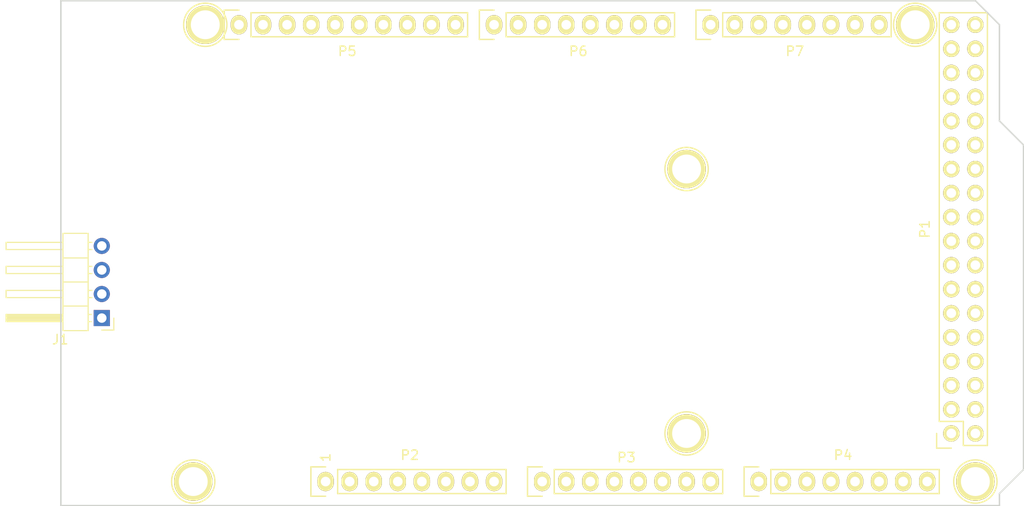
<source format=kicad_pcb>
(kicad_pcb (version 4) (host pcbnew 4.0.7)

  (general
    (links 9)
    (no_connects 9)
    (area 103.302999 68.250999 205.053001 121.741001)
    (thickness 1.6)
    (drawings 27)
    (tracks 0)
    (zones 0)
    (modules 14)
    (nets 6)
  )

  (page A4)
  (title_block
    (date "mar. 31 mars 2015")
  )

  (layers
    (0 F.Cu signal)
    (31 B.Cu signal)
    (32 B.Adhes user)
    (33 F.Adhes user)
    (34 B.Paste user)
    (35 F.Paste user)
    (36 B.SilkS user)
    (37 F.SilkS user)
    (38 B.Mask user)
    (39 F.Mask user)
    (40 Dwgs.User user)
    (41 Cmts.User user)
    (42 Eco1.User user)
    (43 Eco2.User user)
    (44 Edge.Cuts user)
    (45 Margin user)
    (46 B.CrtYd user)
    (47 F.CrtYd user)
    (48 B.Fab user)
    (49 F.Fab user)
  )

  (setup
    (last_trace_width 0.25)
    (trace_clearance 0.2)
    (zone_clearance 0.508)
    (zone_45_only no)
    (trace_min 0.2)
    (segment_width 0.15)
    (edge_width 0.15)
    (via_size 0.6)
    (via_drill 0.4)
    (via_min_size 0.4)
    (via_min_drill 0.3)
    (uvia_size 0.3)
    (uvia_drill 0.1)
    (uvias_allowed no)
    (uvia_min_size 0.2)
    (uvia_min_drill 0.1)
    (pcb_text_width 0.3)
    (pcb_text_size 1.5 1.5)
    (mod_edge_width 0.15)
    (mod_text_size 1 1)
    (mod_text_width 0.15)
    (pad_size 4.064 4.064)
    (pad_drill 3.048)
    (pad_to_mask_clearance 0)
    (aux_axis_origin 103.378 121.666)
    (visible_elements 7FFFFFFF)
    (pcbplotparams
      (layerselection 0x00030_80000001)
      (usegerberextensions false)
      (excludeedgelayer true)
      (linewidth 0.100000)
      (plotframeref false)
      (viasonmask false)
      (mode 1)
      (useauxorigin false)
      (hpglpennumber 1)
      (hpglpenspeed 20)
      (hpglpendiameter 15)
      (hpglpenoverlay 2)
      (psnegative false)
      (psa4output false)
      (plotreference true)
      (plotvalue true)
      (plotinvisibletext false)
      (padsonsilk false)
      (subtractmaskfromsilk false)
      (outputformat 1)
      (mirror false)
      (drillshape 1)
      (scaleselection 1)
      (outputdirectory ""))
  )

  (net 0 "")
  (net 1 GND)
  (net 2 +5V)
  (net 3 /Vin)
  (net 4 +3V3)
  (net 5 +5VD)

  (net_class Default "This is the default net class."
    (clearance 0.2)
    (trace_width 0.25)
    (via_dia 0.6)
    (via_drill 0.4)
    (uvia_dia 0.3)
    (uvia_drill 0.1)
    (add_net +3V3)
    (add_net +5V)
    (add_net +5VD)
    (add_net /Vin)
    (add_net GND)
  )

  (module Socket_Arduino_Mega:Socket_Strip_Arduino_2x18 locked (layer F.Cu) (tedit 55216789) (tstamp 551AFCE5)
    (at 197.358 114.046 90)
    (descr "Through hole socket strip")
    (tags "socket strip")
    (path /56D743B5)
    (fp_text reference P1 (at 21.59 -2.794 90) (layer F.SilkS)
      (effects (font (size 1 1) (thickness 0.15)))
    )
    (fp_text value Digital (at 21.59 -4.572 90) (layer F.Fab)
      (effects (font (size 1 1) (thickness 0.15)))
    )
    (fp_line (start -1.75 -1.75) (end -1.75 4.3) (layer F.CrtYd) (width 0.05))
    (fp_line (start 44.95 -1.75) (end 44.95 4.3) (layer F.CrtYd) (width 0.05))
    (fp_line (start -1.75 -1.75) (end 44.95 -1.75) (layer F.CrtYd) (width 0.05))
    (fp_line (start -1.75 4.3) (end 44.95 4.3) (layer F.CrtYd) (width 0.05))
    (fp_line (start -1.27 3.81) (end 44.45 3.81) (layer F.SilkS) (width 0.15))
    (fp_line (start 44.45 -1.27) (end 1.27 -1.27) (layer F.SilkS) (width 0.15))
    (fp_line (start 44.45 3.81) (end 44.45 -1.27) (layer F.SilkS) (width 0.15))
    (fp_line (start -1.27 3.81) (end -1.27 1.27) (layer F.SilkS) (width 0.15))
    (fp_line (start 0 -1.55) (end -1.55 -1.55) (layer F.SilkS) (width 0.15))
    (fp_line (start -1.27 1.27) (end 1.27 1.27) (layer F.SilkS) (width 0.15))
    (fp_line (start 1.27 1.27) (end 1.27 -1.27) (layer F.SilkS) (width 0.15))
    (fp_line (start -1.55 -1.55) (end -1.55 0) (layer F.SilkS) (width 0.15))
    (pad 1 thru_hole circle (at 0 0 90) (size 1.7272 1.7272) (drill 1.016) (layers *.Cu *.Mask F.SilkS)
      (net 1 GND))
    (pad 2 thru_hole oval (at 0 2.54 90) (size 1.7272 1.7272) (drill 1.016) (layers *.Cu *.Mask F.SilkS)
      (net 1 GND))
    (pad 3 thru_hole oval (at 2.54 0 90) (size 1.7272 1.7272) (drill 1.016) (layers *.Cu *.Mask F.SilkS))
    (pad 4 thru_hole oval (at 2.54 2.54 90) (size 1.7272 1.7272) (drill 1.016) (layers *.Cu *.Mask F.SilkS))
    (pad 5 thru_hole oval (at 5.08 0 90) (size 1.7272 1.7272) (drill 1.016) (layers *.Cu *.Mask F.SilkS))
    (pad 6 thru_hole oval (at 5.08 2.54 90) (size 1.7272 1.7272) (drill 1.016) (layers *.Cu *.Mask F.SilkS))
    (pad 7 thru_hole oval (at 7.62 0 90) (size 1.7272 1.7272) (drill 1.016) (layers *.Cu *.Mask F.SilkS))
    (pad 8 thru_hole oval (at 7.62 2.54 90) (size 1.7272 1.7272) (drill 1.016) (layers *.Cu *.Mask F.SilkS))
    (pad 9 thru_hole oval (at 10.16 0 90) (size 1.7272 1.7272) (drill 1.016) (layers *.Cu *.Mask F.SilkS))
    (pad 10 thru_hole oval (at 10.16 2.54 90) (size 1.7272 1.7272) (drill 1.016) (layers *.Cu *.Mask F.SilkS))
    (pad 11 thru_hole oval (at 12.7 0 90) (size 1.7272 1.7272) (drill 1.016) (layers *.Cu *.Mask F.SilkS))
    (pad 12 thru_hole oval (at 12.7 2.54 90) (size 1.7272 1.7272) (drill 1.016) (layers *.Cu *.Mask F.SilkS))
    (pad 13 thru_hole oval (at 15.24 0 90) (size 1.7272 1.7272) (drill 1.016) (layers *.Cu *.Mask F.SilkS))
    (pad 14 thru_hole oval (at 15.24 2.54 90) (size 1.7272 1.7272) (drill 1.016) (layers *.Cu *.Mask F.SilkS))
    (pad 15 thru_hole oval (at 17.78 0 90) (size 1.7272 1.7272) (drill 1.016) (layers *.Cu *.Mask F.SilkS))
    (pad 16 thru_hole oval (at 17.78 2.54 90) (size 1.7272 1.7272) (drill 1.016) (layers *.Cu *.Mask F.SilkS))
    (pad 17 thru_hole oval (at 20.32 0 90) (size 1.7272 1.7272) (drill 1.016) (layers *.Cu *.Mask F.SilkS))
    (pad 18 thru_hole oval (at 20.32 2.54 90) (size 1.7272 1.7272) (drill 1.016) (layers *.Cu *.Mask F.SilkS))
    (pad 19 thru_hole oval (at 22.86 0 90) (size 1.7272 1.7272) (drill 1.016) (layers *.Cu *.Mask F.SilkS))
    (pad 20 thru_hole oval (at 22.86 2.54 90) (size 1.7272 1.7272) (drill 1.016) (layers *.Cu *.Mask F.SilkS))
    (pad 21 thru_hole oval (at 25.4 0 90) (size 1.7272 1.7272) (drill 1.016) (layers *.Cu *.Mask F.SilkS))
    (pad 22 thru_hole oval (at 25.4 2.54 90) (size 1.7272 1.7272) (drill 1.016) (layers *.Cu *.Mask F.SilkS))
    (pad 23 thru_hole oval (at 27.94 0 90) (size 1.7272 1.7272) (drill 1.016) (layers *.Cu *.Mask F.SilkS))
    (pad 24 thru_hole oval (at 27.94 2.54 90) (size 1.7272 1.7272) (drill 1.016) (layers *.Cu *.Mask F.SilkS))
    (pad 25 thru_hole oval (at 30.48 0 90) (size 1.7272 1.7272) (drill 1.016) (layers *.Cu *.Mask F.SilkS))
    (pad 26 thru_hole oval (at 30.48 2.54 90) (size 1.7272 1.7272) (drill 1.016) (layers *.Cu *.Mask F.SilkS))
    (pad 27 thru_hole oval (at 33.02 0 90) (size 1.7272 1.7272) (drill 1.016) (layers *.Cu *.Mask F.SilkS))
    (pad 28 thru_hole oval (at 33.02 2.54 90) (size 1.7272 1.7272) (drill 1.016) (layers *.Cu *.Mask F.SilkS))
    (pad 29 thru_hole oval (at 35.56 0 90) (size 1.7272 1.7272) (drill 1.016) (layers *.Cu *.Mask F.SilkS))
    (pad 30 thru_hole oval (at 35.56 2.54 90) (size 1.7272 1.7272) (drill 1.016) (layers *.Cu *.Mask F.SilkS))
    (pad 31 thru_hole oval (at 38.1 0 90) (size 1.7272 1.7272) (drill 1.016) (layers *.Cu *.Mask F.SilkS))
    (pad 32 thru_hole oval (at 38.1 2.54 90) (size 1.7272 1.7272) (drill 1.016) (layers *.Cu *.Mask F.SilkS))
    (pad 33 thru_hole oval (at 40.64 0 90) (size 1.7272 1.7272) (drill 1.016) (layers *.Cu *.Mask F.SilkS))
    (pad 34 thru_hole oval (at 40.64 2.54 90) (size 1.7272 1.7272) (drill 1.016) (layers *.Cu *.Mask F.SilkS))
    (pad 35 thru_hole oval (at 43.18 0 90) (size 1.7272 1.7272) (drill 1.016) (layers *.Cu *.Mask F.SilkS)
      (net 5 +5VD))
    (pad 36 thru_hole oval (at 43.18 2.54 90) (size 1.7272 1.7272) (drill 1.016) (layers *.Cu *.Mask F.SilkS)
      (net 5 +5VD))
    (model ${KIPRJMOD}/Socket_Arduino_Mega.3dshapes/Socket_header_Arduino_2x18.wrl
      (at (xyz 0.85 -0.05 0))
      (scale (xyz 1 1 1))
      (rotate (xyz 0 0 180))
    )
  )

  (module Socket_Arduino_Mega:Socket_Strip_Arduino_1x08 locked (layer F.Cu) (tedit 55216755) (tstamp 551AFCFC)
    (at 131.318 119.126)
    (descr "Through hole socket strip")
    (tags "socket strip")
    (path /56D71773)
    (fp_text reference P2 (at 8.89 -2.794) (layer F.SilkS)
      (effects (font (size 1 1) (thickness 0.15)))
    )
    (fp_text value Power (at 8.89 -4.318) (layer F.Fab)
      (effects (font (size 1 1) (thickness 0.15)))
    )
    (fp_line (start -1.75 -1.75) (end -1.75 1.75) (layer F.CrtYd) (width 0.05))
    (fp_line (start 19.55 -1.75) (end 19.55 1.75) (layer F.CrtYd) (width 0.05))
    (fp_line (start -1.75 -1.75) (end 19.55 -1.75) (layer F.CrtYd) (width 0.05))
    (fp_line (start -1.75 1.75) (end 19.55 1.75) (layer F.CrtYd) (width 0.05))
    (fp_line (start 1.27 1.27) (end 19.05 1.27) (layer F.SilkS) (width 0.15))
    (fp_line (start 19.05 1.27) (end 19.05 -1.27) (layer F.SilkS) (width 0.15))
    (fp_line (start 19.05 -1.27) (end 1.27 -1.27) (layer F.SilkS) (width 0.15))
    (fp_line (start -1.55 1.55) (end 0 1.55) (layer F.SilkS) (width 0.15))
    (fp_line (start 1.27 1.27) (end 1.27 -1.27) (layer F.SilkS) (width 0.15))
    (fp_line (start 0 -1.55) (end -1.55 -1.55) (layer F.SilkS) (width 0.15))
    (fp_line (start -1.55 -1.55) (end -1.55 1.55) (layer F.SilkS) (width 0.15))
    (pad 1 thru_hole oval (at 0 0) (size 1.7272 2.032) (drill 1.016) (layers *.Cu *.Mask F.SilkS))
    (pad 2 thru_hole oval (at 2.54 0) (size 1.7272 2.032) (drill 1.016) (layers *.Cu *.Mask F.SilkS))
    (pad 3 thru_hole oval (at 5.08 0) (size 1.7272 2.032) (drill 1.016) (layers *.Cu *.Mask F.SilkS))
    (pad 4 thru_hole oval (at 7.62 0) (size 1.7272 2.032) (drill 1.016) (layers *.Cu *.Mask F.SilkS)
      (net 4 +3V3))
    (pad 5 thru_hole oval (at 10.16 0) (size 1.7272 2.032) (drill 1.016) (layers *.Cu *.Mask F.SilkS)
      (net 2 +5V))
    (pad 6 thru_hole oval (at 12.7 0) (size 1.7272 2.032) (drill 1.016) (layers *.Cu *.Mask F.SilkS)
      (net 1 GND))
    (pad 7 thru_hole oval (at 15.24 0) (size 1.7272 2.032) (drill 1.016) (layers *.Cu *.Mask F.SilkS)
      (net 1 GND))
    (pad 8 thru_hole oval (at 17.78 0) (size 1.7272 2.032) (drill 1.016) (layers *.Cu *.Mask F.SilkS)
      (net 3 /Vin))
    (model ${KIPRJMOD}/Socket_Arduino_Mega.3dshapes/Socket_header_Arduino_1x08.wrl
      (at (xyz 0.35 0 0))
      (scale (xyz 1 1 1))
      (rotate (xyz 0 0 180))
    )
  )

  (module Socket_Arduino_Mega:Socket_Strip_Arduino_1x08 locked (layer F.Cu) (tedit 5521677D) (tstamp 551AFD13)
    (at 154.178 119.126)
    (descr "Through hole socket strip")
    (tags "socket strip")
    (path /56D72F1C)
    (fp_text reference P3 (at 8.89 -2.54) (layer F.SilkS)
      (effects (font (size 1 1) (thickness 0.15)))
    )
    (fp_text value Analog (at 8.89 -4.318) (layer F.Fab)
      (effects (font (size 1 1) (thickness 0.15)))
    )
    (fp_line (start -1.75 -1.75) (end -1.75 1.75) (layer F.CrtYd) (width 0.05))
    (fp_line (start 19.55 -1.75) (end 19.55 1.75) (layer F.CrtYd) (width 0.05))
    (fp_line (start -1.75 -1.75) (end 19.55 -1.75) (layer F.CrtYd) (width 0.05))
    (fp_line (start -1.75 1.75) (end 19.55 1.75) (layer F.CrtYd) (width 0.05))
    (fp_line (start 1.27 1.27) (end 19.05 1.27) (layer F.SilkS) (width 0.15))
    (fp_line (start 19.05 1.27) (end 19.05 -1.27) (layer F.SilkS) (width 0.15))
    (fp_line (start 19.05 -1.27) (end 1.27 -1.27) (layer F.SilkS) (width 0.15))
    (fp_line (start -1.55 1.55) (end 0 1.55) (layer F.SilkS) (width 0.15))
    (fp_line (start 1.27 1.27) (end 1.27 -1.27) (layer F.SilkS) (width 0.15))
    (fp_line (start 0 -1.55) (end -1.55 -1.55) (layer F.SilkS) (width 0.15))
    (fp_line (start -1.55 -1.55) (end -1.55 1.55) (layer F.SilkS) (width 0.15))
    (pad 1 thru_hole oval (at 0 0) (size 1.7272 2.032) (drill 1.016) (layers *.Cu *.Mask F.SilkS))
    (pad 2 thru_hole oval (at 2.54 0) (size 1.7272 2.032) (drill 1.016) (layers *.Cu *.Mask F.SilkS))
    (pad 3 thru_hole oval (at 5.08 0) (size 1.7272 2.032) (drill 1.016) (layers *.Cu *.Mask F.SilkS))
    (pad 4 thru_hole oval (at 7.62 0) (size 1.7272 2.032) (drill 1.016) (layers *.Cu *.Mask F.SilkS))
    (pad 5 thru_hole oval (at 10.16 0) (size 1.7272 2.032) (drill 1.016) (layers *.Cu *.Mask F.SilkS))
    (pad 6 thru_hole oval (at 12.7 0) (size 1.7272 2.032) (drill 1.016) (layers *.Cu *.Mask F.SilkS))
    (pad 7 thru_hole oval (at 15.24 0) (size 1.7272 2.032) (drill 1.016) (layers *.Cu *.Mask F.SilkS))
    (pad 8 thru_hole oval (at 17.78 0) (size 1.7272 2.032) (drill 1.016) (layers *.Cu *.Mask F.SilkS))
    (model ${KIPRJMOD}/Socket_Arduino_Mega.3dshapes/Socket_header_Arduino_1x08.wrl
      (at (xyz 0.35 0 0))
      (scale (xyz 1 1 1))
      (rotate (xyz 0 0 180))
    )
  )

  (module Socket_Arduino_Mega:Socket_Strip_Arduino_1x08 locked (layer F.Cu) (tedit 55216772) (tstamp 551AFD2A)
    (at 177.038 119.126)
    (descr "Through hole socket strip")
    (tags "socket strip")
    (path /56D73A0E)
    (fp_text reference P4 (at 8.89 -2.794) (layer F.SilkS)
      (effects (font (size 1 1) (thickness 0.15)))
    )
    (fp_text value Analog (at 8.89 -4.318) (layer F.Fab)
      (effects (font (size 1 1) (thickness 0.15)))
    )
    (fp_line (start -1.75 -1.75) (end -1.75 1.75) (layer F.CrtYd) (width 0.05))
    (fp_line (start 19.55 -1.75) (end 19.55 1.75) (layer F.CrtYd) (width 0.05))
    (fp_line (start -1.75 -1.75) (end 19.55 -1.75) (layer F.CrtYd) (width 0.05))
    (fp_line (start -1.75 1.75) (end 19.55 1.75) (layer F.CrtYd) (width 0.05))
    (fp_line (start 1.27 1.27) (end 19.05 1.27) (layer F.SilkS) (width 0.15))
    (fp_line (start 19.05 1.27) (end 19.05 -1.27) (layer F.SilkS) (width 0.15))
    (fp_line (start 19.05 -1.27) (end 1.27 -1.27) (layer F.SilkS) (width 0.15))
    (fp_line (start -1.55 1.55) (end 0 1.55) (layer F.SilkS) (width 0.15))
    (fp_line (start 1.27 1.27) (end 1.27 -1.27) (layer F.SilkS) (width 0.15))
    (fp_line (start 0 -1.55) (end -1.55 -1.55) (layer F.SilkS) (width 0.15))
    (fp_line (start -1.55 -1.55) (end -1.55 1.55) (layer F.SilkS) (width 0.15))
    (pad 1 thru_hole oval (at 0 0) (size 1.7272 2.032) (drill 1.016) (layers *.Cu *.Mask F.SilkS))
    (pad 2 thru_hole oval (at 2.54 0) (size 1.7272 2.032) (drill 1.016) (layers *.Cu *.Mask F.SilkS))
    (pad 3 thru_hole oval (at 5.08 0) (size 1.7272 2.032) (drill 1.016) (layers *.Cu *.Mask F.SilkS))
    (pad 4 thru_hole oval (at 7.62 0) (size 1.7272 2.032) (drill 1.016) (layers *.Cu *.Mask F.SilkS))
    (pad 5 thru_hole oval (at 10.16 0) (size 1.7272 2.032) (drill 1.016) (layers *.Cu *.Mask F.SilkS))
    (pad 6 thru_hole oval (at 12.7 0) (size 1.7272 2.032) (drill 1.016) (layers *.Cu *.Mask F.SilkS))
    (pad 7 thru_hole oval (at 15.24 0) (size 1.7272 2.032) (drill 1.016) (layers *.Cu *.Mask F.SilkS))
    (pad 8 thru_hole oval (at 17.78 0) (size 1.7272 2.032) (drill 1.016) (layers *.Cu *.Mask F.SilkS))
    (model ${KIPRJMOD}/Socket_Arduino_Mega.3dshapes/Socket_header_Arduino_1x08.wrl
      (at (xyz 0.35 0 0))
      (scale (xyz 1 1 1))
      (rotate (xyz 0 0 180))
    )
  )

  (module Socket_Arduino_Mega:Socket_Strip_Arduino_1x10 locked (layer F.Cu) (tedit 551AFC9C) (tstamp 551AFD43)
    (at 122.174 70.866)
    (descr "Through hole socket strip")
    (tags "socket strip")
    (path /56D72368)
    (fp_text reference P5 (at 11.43 2.794) (layer F.SilkS)
      (effects (font (size 1 1) (thickness 0.15)))
    )
    (fp_text value PWM (at 11.43 4.318) (layer F.Fab)
      (effects (font (size 1 1) (thickness 0.15)))
    )
    (fp_line (start -1.75 -1.75) (end -1.75 1.75) (layer F.CrtYd) (width 0.05))
    (fp_line (start 24.65 -1.75) (end 24.65 1.75) (layer F.CrtYd) (width 0.05))
    (fp_line (start -1.75 -1.75) (end 24.65 -1.75) (layer F.CrtYd) (width 0.05))
    (fp_line (start -1.75 1.75) (end 24.65 1.75) (layer F.CrtYd) (width 0.05))
    (fp_line (start 1.27 1.27) (end 24.13 1.27) (layer F.SilkS) (width 0.15))
    (fp_line (start 24.13 1.27) (end 24.13 -1.27) (layer F.SilkS) (width 0.15))
    (fp_line (start 24.13 -1.27) (end 1.27 -1.27) (layer F.SilkS) (width 0.15))
    (fp_line (start -1.55 1.55) (end 0 1.55) (layer F.SilkS) (width 0.15))
    (fp_line (start 1.27 1.27) (end 1.27 -1.27) (layer F.SilkS) (width 0.15))
    (fp_line (start 0 -1.55) (end -1.55 -1.55) (layer F.SilkS) (width 0.15))
    (fp_line (start -1.55 -1.55) (end -1.55 1.55) (layer F.SilkS) (width 0.15))
    (pad 1 thru_hole oval (at 0 0) (size 1.7272 2.032) (drill 1.016) (layers *.Cu *.Mask F.SilkS))
    (pad 2 thru_hole oval (at 2.54 0) (size 1.7272 2.032) (drill 1.016) (layers *.Cu *.Mask F.SilkS))
    (pad 3 thru_hole oval (at 5.08 0) (size 1.7272 2.032) (drill 1.016) (layers *.Cu *.Mask F.SilkS))
    (pad 4 thru_hole oval (at 7.62 0) (size 1.7272 2.032) (drill 1.016) (layers *.Cu *.Mask F.SilkS)
      (net 1 GND))
    (pad 5 thru_hole oval (at 10.16 0) (size 1.7272 2.032) (drill 1.016) (layers *.Cu *.Mask F.SilkS))
    (pad 6 thru_hole oval (at 12.7 0) (size 1.7272 2.032) (drill 1.016) (layers *.Cu *.Mask F.SilkS))
    (pad 7 thru_hole oval (at 15.24 0) (size 1.7272 2.032) (drill 1.016) (layers *.Cu *.Mask F.SilkS))
    (pad 8 thru_hole oval (at 17.78 0) (size 1.7272 2.032) (drill 1.016) (layers *.Cu *.Mask F.SilkS))
    (pad 9 thru_hole oval (at 20.32 0) (size 1.7272 2.032) (drill 1.016) (layers *.Cu *.Mask F.SilkS))
    (pad 10 thru_hole oval (at 22.86 0) (size 1.7272 2.032) (drill 1.016) (layers *.Cu *.Mask F.SilkS))
    (model ${KIPRJMOD}/Socket_Arduino_Mega.3dshapes/Socket_header_Arduino_1x10.wrl
      (at (xyz 0.45 0 0))
      (scale (xyz 1 1 1))
      (rotate (xyz 0 0 180))
    )
  )

  (module Socket_Arduino_Mega:Socket_Strip_Arduino_1x08 locked (layer F.Cu) (tedit 551AFC7F) (tstamp 551AFD5A)
    (at 149.098 70.866)
    (descr "Through hole socket strip")
    (tags "socket strip")
    (path /56D734D0)
    (fp_text reference P6 (at 8.89 2.794) (layer F.SilkS)
      (effects (font (size 1 1) (thickness 0.15)))
    )
    (fp_text value PWM (at 8.89 4.318) (layer F.Fab)
      (effects (font (size 1 1) (thickness 0.15)))
    )
    (fp_line (start -1.75 -1.75) (end -1.75 1.75) (layer F.CrtYd) (width 0.05))
    (fp_line (start 19.55 -1.75) (end 19.55 1.75) (layer F.CrtYd) (width 0.05))
    (fp_line (start -1.75 -1.75) (end 19.55 -1.75) (layer F.CrtYd) (width 0.05))
    (fp_line (start -1.75 1.75) (end 19.55 1.75) (layer F.CrtYd) (width 0.05))
    (fp_line (start 1.27 1.27) (end 19.05 1.27) (layer F.SilkS) (width 0.15))
    (fp_line (start 19.05 1.27) (end 19.05 -1.27) (layer F.SilkS) (width 0.15))
    (fp_line (start 19.05 -1.27) (end 1.27 -1.27) (layer F.SilkS) (width 0.15))
    (fp_line (start -1.55 1.55) (end 0 1.55) (layer F.SilkS) (width 0.15))
    (fp_line (start 1.27 1.27) (end 1.27 -1.27) (layer F.SilkS) (width 0.15))
    (fp_line (start 0 -1.55) (end -1.55 -1.55) (layer F.SilkS) (width 0.15))
    (fp_line (start -1.55 -1.55) (end -1.55 1.55) (layer F.SilkS) (width 0.15))
    (pad 1 thru_hole oval (at 0 0) (size 1.7272 2.032) (drill 1.016) (layers *.Cu *.Mask F.SilkS))
    (pad 2 thru_hole oval (at 2.54 0) (size 1.7272 2.032) (drill 1.016) (layers *.Cu *.Mask F.SilkS))
    (pad 3 thru_hole oval (at 5.08 0) (size 1.7272 2.032) (drill 1.016) (layers *.Cu *.Mask F.SilkS))
    (pad 4 thru_hole oval (at 7.62 0) (size 1.7272 2.032) (drill 1.016) (layers *.Cu *.Mask F.SilkS))
    (pad 5 thru_hole oval (at 10.16 0) (size 1.7272 2.032) (drill 1.016) (layers *.Cu *.Mask F.SilkS))
    (pad 6 thru_hole oval (at 12.7 0) (size 1.7272 2.032) (drill 1.016) (layers *.Cu *.Mask F.SilkS))
    (pad 7 thru_hole oval (at 15.24 0) (size 1.7272 2.032) (drill 1.016) (layers *.Cu *.Mask F.SilkS))
    (pad 8 thru_hole oval (at 17.78 0) (size 1.7272 2.032) (drill 1.016) (layers *.Cu *.Mask F.SilkS))
    (model ${KIPRJMOD}/Socket_Arduino_Mega.3dshapes/Socket_header_Arduino_1x08.wrl
      (at (xyz 0.35 0 0))
      (scale (xyz 1 1 1))
      (rotate (xyz 0 0 180))
    )
  )

  (module Socket_Arduino_Mega:Socket_Strip_Arduino_1x08 locked (layer F.Cu) (tedit 551AFC73) (tstamp 551AFD71)
    (at 171.958 70.866)
    (descr "Through hole socket strip")
    (tags "socket strip")
    (path /56D73F2C)
    (fp_text reference P7 (at 8.89 2.794) (layer F.SilkS)
      (effects (font (size 1 1) (thickness 0.15)))
    )
    (fp_text value Communication (at 8.89 4.064) (layer F.Fab)
      (effects (font (size 1 1) (thickness 0.15)))
    )
    (fp_line (start -1.75 -1.75) (end -1.75 1.75) (layer F.CrtYd) (width 0.05))
    (fp_line (start 19.55 -1.75) (end 19.55 1.75) (layer F.CrtYd) (width 0.05))
    (fp_line (start -1.75 -1.75) (end 19.55 -1.75) (layer F.CrtYd) (width 0.05))
    (fp_line (start -1.75 1.75) (end 19.55 1.75) (layer F.CrtYd) (width 0.05))
    (fp_line (start 1.27 1.27) (end 19.05 1.27) (layer F.SilkS) (width 0.15))
    (fp_line (start 19.05 1.27) (end 19.05 -1.27) (layer F.SilkS) (width 0.15))
    (fp_line (start 19.05 -1.27) (end 1.27 -1.27) (layer F.SilkS) (width 0.15))
    (fp_line (start -1.55 1.55) (end 0 1.55) (layer F.SilkS) (width 0.15))
    (fp_line (start 1.27 1.27) (end 1.27 -1.27) (layer F.SilkS) (width 0.15))
    (fp_line (start 0 -1.55) (end -1.55 -1.55) (layer F.SilkS) (width 0.15))
    (fp_line (start -1.55 -1.55) (end -1.55 1.55) (layer F.SilkS) (width 0.15))
    (pad 1 thru_hole oval (at 0 0) (size 1.7272 2.032) (drill 1.016) (layers *.Cu *.Mask F.SilkS))
    (pad 2 thru_hole oval (at 2.54 0) (size 1.7272 2.032) (drill 1.016) (layers *.Cu *.Mask F.SilkS))
    (pad 3 thru_hole oval (at 5.08 0) (size 1.7272 2.032) (drill 1.016) (layers *.Cu *.Mask F.SilkS))
    (pad 4 thru_hole oval (at 7.62 0) (size 1.7272 2.032) (drill 1.016) (layers *.Cu *.Mask F.SilkS))
    (pad 5 thru_hole oval (at 10.16 0) (size 1.7272 2.032) (drill 1.016) (layers *.Cu *.Mask F.SilkS))
    (pad 6 thru_hole oval (at 12.7 0) (size 1.7272 2.032) (drill 1.016) (layers *.Cu *.Mask F.SilkS))
    (pad 7 thru_hole oval (at 15.24 0) (size 1.7272 2.032) (drill 1.016) (layers *.Cu *.Mask F.SilkS))
    (pad 8 thru_hole oval (at 17.78 0) (size 1.7272 2.032) (drill 1.016) (layers *.Cu *.Mask F.SilkS))
    (model ${KIPRJMOD}/Socket_Arduino_Mega.3dshapes/Socket_header_Arduino_1x08.wrl
      (at (xyz 0.35 0 0))
      (scale (xyz 1 1 1))
      (rotate (xyz 0 0 180))
    )
  )

  (module Socket_Arduino_Mega:Arduino_1pin locked (layer F.Cu) (tedit 5A69980C) (tstamp 5524FE07)
    (at 117.348 119.126)
    (descr "module 1 pin (ou trou mecanique de percage)")
    (tags DEV)
    (path /5A6A7727)
    (fp_text reference MK1 (at 0 -3.048) (layer F.SilkS) hide
      (effects (font (size 1 1) (thickness 0.15)))
    )
    (fp_text value MH (at 0 2.794) (layer F.Fab) hide
      (effects (font (size 1 1) (thickness 0.15)))
    )
    (fp_circle (center 0 0) (end 0 -2.286) (layer F.SilkS) (width 0.15))
    (pad 1 thru_hole circle (at 0 0) (size 4.064 4.064) (drill 3.048) (layers *.Cu *.Mask F.SilkS))
  )

  (module Socket_Arduino_Mega:Arduino_1pin locked (layer F.Cu) (tedit 5A699815) (tstamp 5524FE0C)
    (at 169.418 114.046)
    (descr "module 1 pin (ou trou mecanique de percage)")
    (tags DEV)
    (path /5A6A79F1)
    (fp_text reference MK2 (at 0 -3.048) (layer F.SilkS) hide
      (effects (font (size 1 1) (thickness 0.15)))
    )
    (fp_text value MH (at 0 2.794) (layer F.Fab) hide
      (effects (font (size 1 1) (thickness 0.15)))
    )
    (fp_circle (center 0 0) (end 0 -2.286) (layer F.SilkS) (width 0.15))
    (pad 1 thru_hole circle (at 0 0) (size 4.064 4.064) (drill 3.048) (layers *.Cu *.Mask F.SilkS))
  )

  (module Socket_Arduino_Mega:Arduino_1pin locked (layer F.Cu) (tedit 5A69981F) (tstamp 5524FE11)
    (at 199.898 119.126)
    (descr "module 1 pin (ou trou mecanique de percage)")
    (tags DEV)
    (path /5A6A7A33)
    (fp_text reference MK3 (at 0 -3.048) (layer F.SilkS) hide
      (effects (font (size 1 1) (thickness 0.15)))
    )
    (fp_text value MH (at 0 2.794) (layer F.Fab) hide
      (effects (font (size 1 1) (thickness 0.15)))
    )
    (fp_circle (center 0 0) (end 0 -2.286) (layer F.SilkS) (width 0.15))
    (pad 1 thru_hole circle (at 0 0) (size 4.064 4.064) (drill 3.048) (layers *.Cu *.Mask F.SilkS))
  )

  (module Socket_Arduino_Mega:Arduino_1pin locked (layer F.Cu) (tedit 5A699829) (tstamp 5524FE16)
    (at 118.618 70.866)
    (descr "module 1 pin (ou trou mecanique de percage)")
    (tags DEV)
    (path /5A6A7ACD)
    (fp_text reference MK4 (at 0 -3.048) (layer F.SilkS) hide
      (effects (font (size 1 1) (thickness 0.15)))
    )
    (fp_text value MH (at 0 2.794) (layer F.Fab) hide
      (effects (font (size 1 1) (thickness 0.15)))
    )
    (fp_circle (center 0 0) (end 0 -2.286) (layer F.SilkS) (width 0.15))
    (pad 1 thru_hole circle (at 0 0) (size 4.064 4.064) (drill 3.048) (layers *.Cu *.Mask F.SilkS))
  )

  (module Socket_Arduino_Mega:Arduino_1pin locked (layer F.Cu) (tedit 5A699833) (tstamp 5524FE1B)
    (at 169.418 86.106)
    (descr "module 1 pin (ou trou mecanique de percage)")
    (tags DEV)
    (path /5A6A7AD3)
    (fp_text reference MK5 (at 0 -3.048) (layer F.SilkS) hide
      (effects (font (size 1 1) (thickness 0.15)))
    )
    (fp_text value MH (at 0 2.794) (layer F.Fab) hide
      (effects (font (size 1 1) (thickness 0.15)))
    )
    (fp_circle (center 0 0) (end 0 -2.286) (layer F.SilkS) (width 0.15))
    (pad 1 thru_hole circle (at 0 0) (size 4.064 4.064) (drill 3.048) (layers *.Cu *.Mask F.SilkS))
  )

  (module Socket_Arduino_Mega:Arduino_1pin locked (layer F.Cu) (tedit 5A69983E) (tstamp 5524FE20)
    (at 193.548 70.866)
    (descr "module 1 pin (ou trou mecanique de percage)")
    (tags DEV)
    (path /5A6A7AD9)
    (fp_text reference MK6 (at 0 -3.048) (layer F.SilkS) hide
      (effects (font (size 1 1) (thickness 0.15)))
    )
    (fp_text value MH (at 0 2.794) (layer F.Fab) hide
      (effects (font (size 1 1) (thickness 0.15)))
    )
    (fp_circle (center 0 0) (end 0 -2.286) (layer F.SilkS) (width 0.15))
    (pad 1 thru_hole circle (at 0 0) (size 4.064 4.064) (drill 3.048) (layers *.Cu *.Mask F.SilkS))
  )

  (module Pin_Headers:Pin_Header_Angled_1x04_Pitch2.54mm locked (layer F.Cu) (tedit 59650532) (tstamp 5A699880)
    (at 107.696 101.854 180)
    (descr "Through hole angled pin header, 1x04, 2.54mm pitch, 6mm pin length, single row")
    (tags "Through hole angled pin header THT 1x04 2.54mm single row")
    (path /5A6A6E14)
    (fp_text reference J1 (at 4.385 -2.27 180) (layer F.SilkS)
      (effects (font (size 1 1) (thickness 0.15)))
    )
    (fp_text value "POWER in" (at 2.794 3.81 270) (layer F.Fab)
      (effects (font (size 1 1) (thickness 0.15)))
    )
    (fp_line (start 2.135 -1.27) (end 4.04 -1.27) (layer F.Fab) (width 0.1))
    (fp_line (start 4.04 -1.27) (end 4.04 8.89) (layer F.Fab) (width 0.1))
    (fp_line (start 4.04 8.89) (end 1.5 8.89) (layer F.Fab) (width 0.1))
    (fp_line (start 1.5 8.89) (end 1.5 -0.635) (layer F.Fab) (width 0.1))
    (fp_line (start 1.5 -0.635) (end 2.135 -1.27) (layer F.Fab) (width 0.1))
    (fp_line (start -0.32 -0.32) (end 1.5 -0.32) (layer F.Fab) (width 0.1))
    (fp_line (start -0.32 -0.32) (end -0.32 0.32) (layer F.Fab) (width 0.1))
    (fp_line (start -0.32 0.32) (end 1.5 0.32) (layer F.Fab) (width 0.1))
    (fp_line (start 4.04 -0.32) (end 10.04 -0.32) (layer F.Fab) (width 0.1))
    (fp_line (start 10.04 -0.32) (end 10.04 0.32) (layer F.Fab) (width 0.1))
    (fp_line (start 4.04 0.32) (end 10.04 0.32) (layer F.Fab) (width 0.1))
    (fp_line (start -0.32 2.22) (end 1.5 2.22) (layer F.Fab) (width 0.1))
    (fp_line (start -0.32 2.22) (end -0.32 2.86) (layer F.Fab) (width 0.1))
    (fp_line (start -0.32 2.86) (end 1.5 2.86) (layer F.Fab) (width 0.1))
    (fp_line (start 4.04 2.22) (end 10.04 2.22) (layer F.Fab) (width 0.1))
    (fp_line (start 10.04 2.22) (end 10.04 2.86) (layer F.Fab) (width 0.1))
    (fp_line (start 4.04 2.86) (end 10.04 2.86) (layer F.Fab) (width 0.1))
    (fp_line (start -0.32 4.76) (end 1.5 4.76) (layer F.Fab) (width 0.1))
    (fp_line (start -0.32 4.76) (end -0.32 5.4) (layer F.Fab) (width 0.1))
    (fp_line (start -0.32 5.4) (end 1.5 5.4) (layer F.Fab) (width 0.1))
    (fp_line (start 4.04 4.76) (end 10.04 4.76) (layer F.Fab) (width 0.1))
    (fp_line (start 10.04 4.76) (end 10.04 5.4) (layer F.Fab) (width 0.1))
    (fp_line (start 4.04 5.4) (end 10.04 5.4) (layer F.Fab) (width 0.1))
    (fp_line (start -0.32 7.3) (end 1.5 7.3) (layer F.Fab) (width 0.1))
    (fp_line (start -0.32 7.3) (end -0.32 7.94) (layer F.Fab) (width 0.1))
    (fp_line (start -0.32 7.94) (end 1.5 7.94) (layer F.Fab) (width 0.1))
    (fp_line (start 4.04 7.3) (end 10.04 7.3) (layer F.Fab) (width 0.1))
    (fp_line (start 10.04 7.3) (end 10.04 7.94) (layer F.Fab) (width 0.1))
    (fp_line (start 4.04 7.94) (end 10.04 7.94) (layer F.Fab) (width 0.1))
    (fp_line (start 1.44 -1.33) (end 1.44 8.95) (layer F.SilkS) (width 0.12))
    (fp_line (start 1.44 8.95) (end 4.1 8.95) (layer F.SilkS) (width 0.12))
    (fp_line (start 4.1 8.95) (end 4.1 -1.33) (layer F.SilkS) (width 0.12))
    (fp_line (start 4.1 -1.33) (end 1.44 -1.33) (layer F.SilkS) (width 0.12))
    (fp_line (start 4.1 -0.38) (end 10.1 -0.38) (layer F.SilkS) (width 0.12))
    (fp_line (start 10.1 -0.38) (end 10.1 0.38) (layer F.SilkS) (width 0.12))
    (fp_line (start 10.1 0.38) (end 4.1 0.38) (layer F.SilkS) (width 0.12))
    (fp_line (start 4.1 -0.32) (end 10.1 -0.32) (layer F.SilkS) (width 0.12))
    (fp_line (start 4.1 -0.2) (end 10.1 -0.2) (layer F.SilkS) (width 0.12))
    (fp_line (start 4.1 -0.08) (end 10.1 -0.08) (layer F.SilkS) (width 0.12))
    (fp_line (start 4.1 0.04) (end 10.1 0.04) (layer F.SilkS) (width 0.12))
    (fp_line (start 4.1 0.16) (end 10.1 0.16) (layer F.SilkS) (width 0.12))
    (fp_line (start 4.1 0.28) (end 10.1 0.28) (layer F.SilkS) (width 0.12))
    (fp_line (start 1.11 -0.38) (end 1.44 -0.38) (layer F.SilkS) (width 0.12))
    (fp_line (start 1.11 0.38) (end 1.44 0.38) (layer F.SilkS) (width 0.12))
    (fp_line (start 1.44 1.27) (end 4.1 1.27) (layer F.SilkS) (width 0.12))
    (fp_line (start 4.1 2.16) (end 10.1 2.16) (layer F.SilkS) (width 0.12))
    (fp_line (start 10.1 2.16) (end 10.1 2.92) (layer F.SilkS) (width 0.12))
    (fp_line (start 10.1 2.92) (end 4.1 2.92) (layer F.SilkS) (width 0.12))
    (fp_line (start 1.042929 2.16) (end 1.44 2.16) (layer F.SilkS) (width 0.12))
    (fp_line (start 1.042929 2.92) (end 1.44 2.92) (layer F.SilkS) (width 0.12))
    (fp_line (start 1.44 3.81) (end 4.1 3.81) (layer F.SilkS) (width 0.12))
    (fp_line (start 4.1 4.7) (end 10.1 4.7) (layer F.SilkS) (width 0.12))
    (fp_line (start 10.1 4.7) (end 10.1 5.46) (layer F.SilkS) (width 0.12))
    (fp_line (start 10.1 5.46) (end 4.1 5.46) (layer F.SilkS) (width 0.12))
    (fp_line (start 1.042929 4.7) (end 1.44 4.7) (layer F.SilkS) (width 0.12))
    (fp_line (start 1.042929 5.46) (end 1.44 5.46) (layer F.SilkS) (width 0.12))
    (fp_line (start 1.44 6.35) (end 4.1 6.35) (layer F.SilkS) (width 0.12))
    (fp_line (start 4.1 7.24) (end 10.1 7.24) (layer F.SilkS) (width 0.12))
    (fp_line (start 10.1 7.24) (end 10.1 8) (layer F.SilkS) (width 0.12))
    (fp_line (start 10.1 8) (end 4.1 8) (layer F.SilkS) (width 0.12))
    (fp_line (start 1.042929 7.24) (end 1.44 7.24) (layer F.SilkS) (width 0.12))
    (fp_line (start 1.042929 8) (end 1.44 8) (layer F.SilkS) (width 0.12))
    (fp_line (start -1.27 0) (end -1.27 -1.27) (layer F.SilkS) (width 0.12))
    (fp_line (start -1.27 -1.27) (end 0 -1.27) (layer F.SilkS) (width 0.12))
    (fp_line (start -1.8 -1.8) (end -1.8 9.4) (layer F.CrtYd) (width 0.05))
    (fp_line (start -1.8 9.4) (end 10.55 9.4) (layer F.CrtYd) (width 0.05))
    (fp_line (start 10.55 9.4) (end 10.55 -1.8) (layer F.CrtYd) (width 0.05))
    (fp_line (start 10.55 -1.8) (end -1.8 -1.8) (layer F.CrtYd) (width 0.05))
    (fp_text user %R (at 2.77 3.81 270) (layer F.Fab)
      (effects (font (size 1 1) (thickness 0.15)))
    )
    (pad 1 thru_hole rect (at 0 0 180) (size 1.7 1.7) (drill 1) (layers *.Cu *.Mask)
      (net 1 GND))
    (pad 2 thru_hole oval (at 0 2.54 180) (size 1.7 1.7) (drill 1) (layers *.Cu *.Mask)
      (net 4 +3V3))
    (pad 3 thru_hole oval (at 0 5.08 180) (size 1.7 1.7) (drill 1) (layers *.Cu *.Mask)
      (net 2 +5V))
    (pad 4 thru_hole oval (at 0 7.62 180) (size 1.7 1.7) (drill 1) (layers *.Cu *.Mask)
      (net 3 /Vin))
    (model ${KISYS3DMOD}/Pin_Headers.3dshapes/Pin_Header_Angled_1x04_Pitch2.54mm.wrl
      (at (xyz 0 0 0))
      (scale (xyz 1 1 1))
      (rotate (xyz 0 0 0))
    )
  )

  (gr_text 1 (at 131.318 116.586 90) (layer F.SilkS)
    (effects (font (size 1 1) (thickness 0.15)))
  )
  (gr_line (start 175.6156 96.774) (end 175.6156 90.7288) (angle 90) (layer Dwgs.User) (width 0.15))
  (gr_line (start 179.4764 96.774) (end 179.4764 90.7288) (angle 90) (layer Dwgs.User) (width 0.15))
  (gr_line (start 175.6156 96.774) (end 179.4764 96.774) (angle 90) (layer Dwgs.User) (width 0.15))
  (gr_circle (center 177.546 93.726) (end 178.816 93.726) (layer Dwgs.User) (width 0.15))
  (gr_line (start 175.6156 90.7288) (end 179.4764 90.7288) (angle 90) (layer Dwgs.User) (width 0.15))
  (gr_line (start 165.735 97.536) (end 165.735 89.916) (angle 90) (layer Dwgs.User) (width 0.15))
  (gr_line (start 170.815 97.536) (end 165.735 97.536) (angle 90) (layer Dwgs.User) (width 0.15))
  (gr_line (start 170.815 89.916) (end 170.815 97.536) (angle 90) (layer Dwgs.User) (width 0.15))
  (gr_line (start 165.735 89.916) (end 170.815 89.916) (angle 90) (layer Dwgs.User) (width 0.15))
  (gr_line (start 97.028 89.281) (end 97.028 77.851) (angle 90) (layer Dwgs.User) (width 0.15))
  (gr_line (start 112.903 89.281) (end 97.028 89.281) (angle 90) (layer Dwgs.User) (width 0.15))
  (gr_line (start 112.903 77.851) (end 112.903 89.281) (angle 90) (layer Dwgs.User) (width 0.15))
  (gr_line (start 97.028 77.851) (end 112.903 77.851) (angle 90) (layer Dwgs.User) (width 0.15))
  (gr_line (start 101.473 118.491) (end 101.473 109.601) (angle 90) (layer Dwgs.User) (width 0.15))
  (gr_line (start 114.808 118.491) (end 101.473 118.491) (angle 90) (layer Dwgs.User) (width 0.15))
  (gr_line (start 114.808 109.601) (end 114.808 118.491) (angle 90) (layer Dwgs.User) (width 0.15))
  (gr_line (start 101.473 109.601) (end 114.808 109.601) (angle 90) (layer Dwgs.User) (width 0.15))
  (gr_line (start 202.438 121.666) (end 103.378 121.666) (angle 90) (layer Edge.Cuts) (width 0.15))
  (gr_line (start 202.438 120.396) (end 202.438 121.666) (angle 90) (layer Edge.Cuts) (width 0.15))
  (gr_line (start 204.978 117.856) (end 202.438 120.396) (angle 90) (layer Edge.Cuts) (width 0.15))
  (gr_line (start 204.978 83.566) (end 204.978 117.856) (angle 90) (layer Edge.Cuts) (width 0.15))
  (gr_line (start 202.438 81.026) (end 204.978 83.566) (angle 90) (layer Edge.Cuts) (width 0.15))
  (gr_line (start 202.438 70.866) (end 202.438 81.026) (angle 90) (layer Edge.Cuts) (width 0.15))
  (gr_line (start 199.898 68.326) (end 202.438 70.866) (angle 90) (layer Edge.Cuts) (width 0.15))
  (gr_line (start 103.378 68.326) (end 199.898 68.326) (angle 90) (layer Edge.Cuts) (width 0.15))
  (gr_line (start 103.378 121.666) (end 103.378 68.326) (angle 90) (layer Edge.Cuts) (width 0.15))

)

</source>
